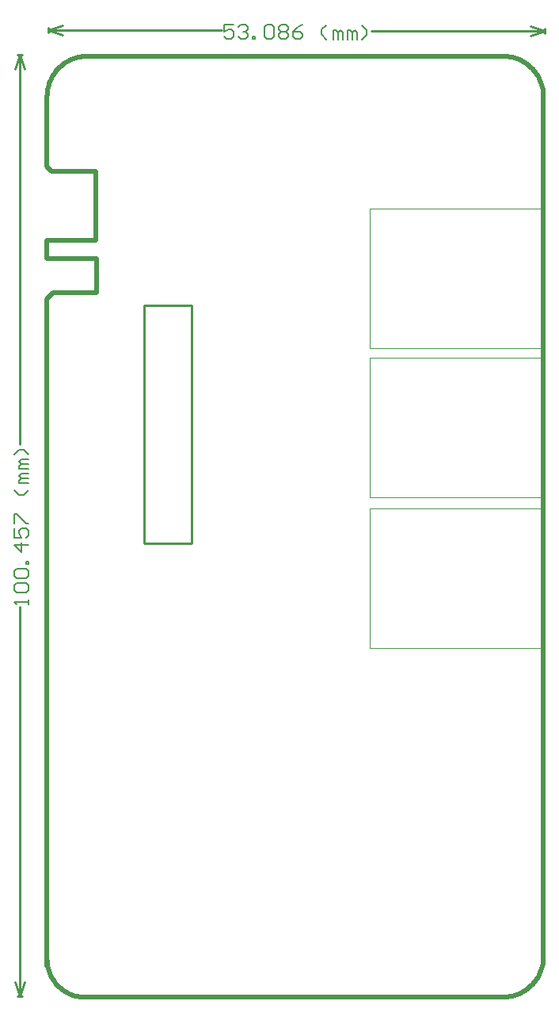
<source format=gm1>
G04*
G04 #@! TF.GenerationSoftware,Altium Limited,Altium Designer,20.1.7 (139)*
G04*
G04 Layer_Color=16711935*
%FSLAX25Y25*%
%MOIN*%
G70*
G04*
G04 #@! TF.SameCoordinates,B477E5EB-4298-4D0D-9682-CB7A6047EE2C*
G04*
G04*
G04 #@! TF.FilePolarity,Positive*
G04*
G01*
G75*
%ADD11C,0.01000*%
%ADD61C,0.00394*%
%ADD62C,0.02000*%
%ADD63C,0.00600*%
D11*
X643500Y536500D02*
X645500D01*
X643500Y141000D02*
X645500D01*
X644500Y536500D02*
X646500Y530500D01*
X642500D02*
X644500Y536500D01*
Y141000D02*
X646500Y147000D01*
X642500D02*
X644500Y141000D01*
Y372839D02*
Y536500D01*
Y141000D02*
Y304661D01*
X865498Y545500D02*
X865502Y547500D01*
X656498Y546000D02*
X656502Y548000D01*
X859495Y544514D02*
X865500Y546500D01*
X859505Y548514D02*
X865500Y546500D01*
X656500Y547000D02*
X662495Y544986D01*
X656500Y547000D02*
X662505Y548986D01*
X792590Y546674D02*
X865500Y546500D01*
X656500Y547000D02*
X729410Y546826D01*
X696744Y431412D02*
X716744D01*
X696744Y331412D02*
X716744D01*
X696744D02*
Y431412D01*
X716744Y331412D02*
Y431412D01*
D61*
X791780Y413366D02*
X864221D01*
X791780D02*
Y472028D01*
X864221D01*
Y413366D02*
Y472028D01*
X791780Y350472D02*
X864221D01*
X791780D02*
Y409134D01*
X864221D01*
Y350472D02*
Y409134D01*
X791780Y287366D02*
X864221D01*
X791780D02*
Y346028D01*
X864221D01*
Y287366D02*
Y346028D01*
D62*
X865000Y519000D02*
X864971Y519988D01*
X864885Y520974D01*
X864742Y521952D01*
X864542Y522921D01*
X864286Y523876D01*
X863975Y524814D01*
X863610Y525733D01*
X863192Y526630D01*
X862722Y527500D01*
X862203Y528342D01*
X861636Y529152D01*
X861023Y529927D01*
X860365Y530666D01*
X859666Y531365D01*
X858927Y532023D01*
X858152Y532636D01*
X857342Y533203D01*
X856500Y533722D01*
X855630Y534192D01*
X854733Y534610D01*
X853814Y534975D01*
X852876Y535286D01*
X851921Y535542D01*
X850952Y535742D01*
X849974Y535885D01*
X848989Y535971D01*
X848000Y536000D01*
X673000Y536000D02*
X672012Y535971D01*
X671026Y535885D01*
X670048Y535742D01*
X669079Y535542D01*
X668124Y535286D01*
X667186Y534975D01*
X666267Y534610D01*
X665370Y534192D01*
X664500Y533722D01*
X663658Y533203D01*
X662848Y532636D01*
X662073Y532023D01*
X661334Y531365D01*
X660635Y530666D01*
X659977Y529927D01*
X659364Y529152D01*
X658797Y528342D01*
X658278Y527500D01*
X657808Y526630D01*
X657390Y525733D01*
X657025Y524814D01*
X656714Y523876D01*
X656458Y522921D01*
X656258Y521952D01*
X656115Y520974D01*
X656029Y519988D01*
X656000Y519000D01*
Y156500D02*
X656031Y155501D01*
X656125Y154506D01*
X656282Y153518D01*
X656500Y152543D01*
X656779Y151583D01*
X657117Y150642D01*
X657514Y149725D01*
X657968Y148834D01*
X658477Y147974D01*
X659039Y147147D01*
X659652Y146357D01*
X660313Y145607D01*
X661020Y144901D01*
X661769Y144239D01*
X662559Y143627D01*
X663386Y143065D01*
X664247Y142556D01*
X665137Y142102D01*
X666055Y141705D01*
X666995Y141367D01*
X667955Y141088D01*
X668931Y140870D01*
X669918Y140713D01*
X670913Y140619D01*
X671912Y140588D01*
X848000Y140542D02*
X848989Y140571D01*
X849974Y140657D01*
X850952Y140801D01*
X851921Y141001D01*
X852876Y141257D01*
X853814Y141568D01*
X854733Y141933D01*
X855630Y142351D01*
X856500Y142820D01*
X857342Y143339D01*
X858152Y143906D01*
X858927Y144520D01*
X859666Y145177D01*
X860365Y145876D01*
X861023Y146615D01*
X861636Y147391D01*
X862203Y148201D01*
X862722Y149042D01*
X863192Y149913D01*
X863610Y150809D01*
X863975Y151728D01*
X864286Y152667D01*
X864542Y153622D01*
X864742Y154590D01*
X864885Y155569D01*
X864971Y156554D01*
X865000Y157542D01*
X656000Y451000D02*
X662500D01*
X656000D02*
Y458500D01*
X662500Y451000D02*
X677000D01*
X656000Y458500D02*
X658000D01*
X656000Y489500D02*
Y519000D01*
X656000Y434000D02*
X656000Y153500D01*
Y489500D02*
X658000Y487500D01*
X676500D01*
X658000Y458500D02*
X676500D01*
Y487500D01*
X658500Y436500D02*
X677000D01*
X656000Y434000D02*
X658500Y436500D01*
X677000D02*
Y451000D01*
X671912Y140542D02*
X706684D01*
X812228D02*
X848000D01*
X706684D02*
X812228D01*
X673000Y536000D02*
X848000Y536000D01*
X865000Y520000D02*
X865000Y157542D01*
D63*
X648099Y305661D02*
Y307660D01*
Y306660D01*
X642101D01*
X643101Y305661D01*
Y310659D02*
X642101Y311659D01*
Y313658D01*
X643101Y314658D01*
X647099D01*
X648099Y313658D01*
Y311659D01*
X647099Y310659D01*
X643101D01*
Y316657D02*
X642101Y317657D01*
Y319656D01*
X643101Y320656D01*
X647099D01*
X648099Y319656D01*
Y317657D01*
X647099Y316657D01*
X643101D01*
X648099Y322655D02*
X647099D01*
Y323655D01*
X648099D01*
Y322655D01*
Y330652D02*
X642101D01*
X645100Y327653D01*
Y331652D01*
X642101Y337650D02*
Y333651D01*
X645100D01*
X644100Y335651D01*
Y336650D01*
X645100Y337650D01*
X647099D01*
X648099Y336650D01*
Y334651D01*
X647099Y333651D01*
X642101Y339650D02*
Y343648D01*
X643101D01*
X647099Y339650D01*
X648099D01*
Y353645D02*
X646100Y351646D01*
X644100D01*
X642101Y353645D01*
X648099Y356644D02*
X644100D01*
Y357644D01*
X645100Y358643D01*
X648099D01*
X645100D01*
X644100Y359643D01*
X645100Y360643D01*
X648099D01*
Y362642D02*
X644100D01*
Y363642D01*
X645100Y364641D01*
X648099D01*
X645100D01*
X644100Y365641D01*
X645100Y366641D01*
X648099D01*
Y368640D02*
X646100Y370639D01*
X644100D01*
X642101Y368640D01*
X734414Y549213D02*
X730415Y549222D01*
X730408Y546223D01*
X732410Y547218D01*
X733410Y547216D01*
X734407Y546214D01*
X734402Y544214D01*
X733400Y543217D01*
X731401Y543222D01*
X730404Y544224D01*
X736411Y548208D02*
X737413Y549205D01*
X739413Y549201D01*
X740410Y548199D01*
X740408Y547199D01*
X739405Y546202D01*
X738406Y546204D01*
X739405Y546202D01*
X740403Y545200D01*
X740400Y544200D01*
X739398Y543203D01*
X737399Y543207D01*
X736402Y544209D01*
X742397Y543195D02*
X742400Y544195D01*
X743399Y544193D01*
X743397Y543193D01*
X742397Y543195D01*
X747408Y548182D02*
X748410Y549179D01*
X750409Y549174D01*
X751406Y548172D01*
X751397Y544174D01*
X750395Y543176D01*
X748395Y543181D01*
X747398Y544183D01*
X747408Y548182D01*
X753406Y548168D02*
X754408Y549165D01*
X756407Y549160D01*
X757404Y548158D01*
X757402Y547158D01*
X756400Y546161D01*
X757397Y545159D01*
X757395Y544159D01*
X756393Y543162D01*
X754393Y543167D01*
X753396Y544169D01*
X753399Y545168D01*
X754400Y546166D01*
X753403Y547168D01*
X753406Y548168D01*
X754400Y546166D02*
X756400Y546161D01*
X763405Y549143D02*
X761403Y548148D01*
X759399Y546154D01*
X759394Y544155D01*
X760391Y543152D01*
X762391Y543148D01*
X763393Y544145D01*
X763395Y545145D01*
X762398Y546147D01*
X759399Y546154D01*
X773387Y543121D02*
X771393Y545125D01*
X771397Y547125D01*
X773401Y549119D01*
X776386Y543114D02*
X776396Y547113D01*
X777395Y547111D01*
X778393Y546108D01*
X778385Y543109D01*
X778393Y546108D01*
X779395Y547106D01*
X780392Y546104D01*
X780385Y543105D01*
X782384Y543100D02*
X782394Y547098D01*
X783393Y547096D01*
X784391Y546094D01*
X784384Y543095D01*
X784391Y546094D01*
X785393Y547091D01*
X786390Y546089D01*
X786383Y543090D01*
X788382Y543085D02*
X790386Y545080D01*
X790391Y547079D01*
X788397Y549084D01*
M02*

</source>
